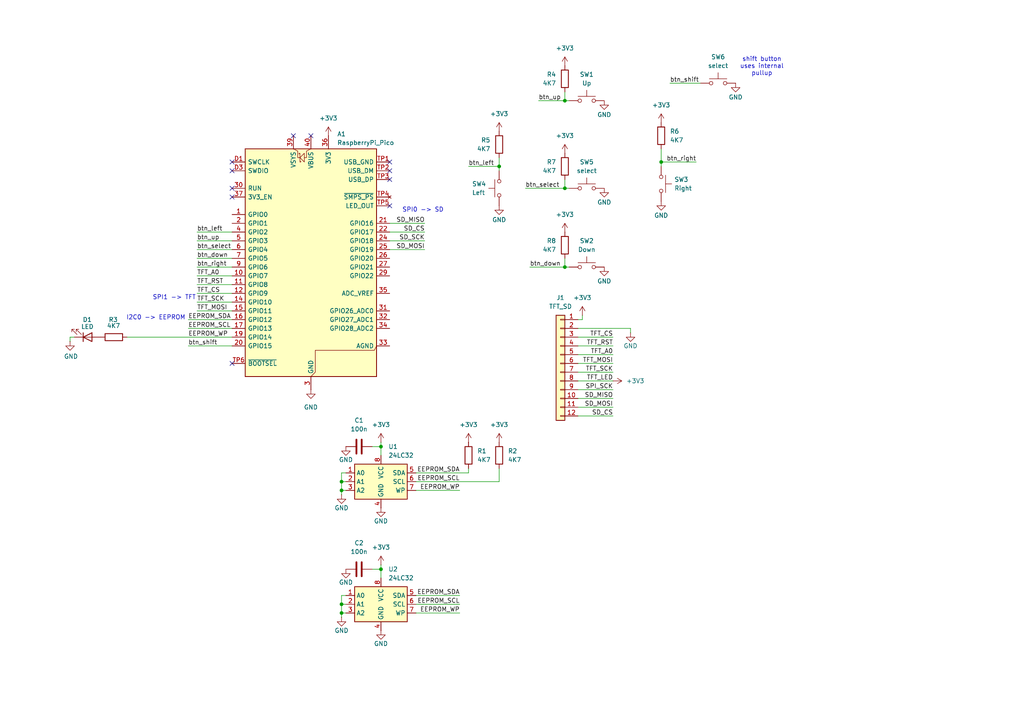
<source format=kicad_sch>
(kicad_sch (version 20250114) (generator "eeschema") (generator_version "9.0")
  (paper "A4")
  (lib_symbols
    (symbol "Connector_Generic:Conn_01x12" (pin_names (offset 1.016) (hide yes))
      (property "Reference" "J" (at 0 15.24 0))
      (property "Value" "Conn_01x12" (at 0 -17.78 0))
      (symbol "Conn_01x12_1_1"
        (rectangle (start -1.27 13.97) (end 1.27 -16.51) (stroke (width 0.254)) (fill (type background)))
        (rectangle (start -1.27 12.827) (end 0 12.573) (stroke (width 0.1524)))
        (rectangle (start -1.27 10.287) (end 0 10.033) (stroke (width 0.1524)))
        (rectangle (start -1.27 7.747) (end 0 7.493) (stroke (width 0.1524)))
        (rectangle (start -1.27 5.207) (end 0 4.953) (stroke (width 0.1524)))
        (rectangle (start -1.27 2.667) (end 0 2.413) (stroke (width 0.1524)))
        (rectangle (start -1.27 0.127) (end 0 -0.127) (stroke (width 0.1524)))
        (rectangle (start -1.27 -2.413) (end 0 -2.667) (stroke (width 0.1524)))
        (rectangle (start -1.27 -4.953) (end 0 -5.207) (stroke (width 0.1524)))
        (rectangle (start -1.27 -7.493) (end 0 -7.747) (stroke (width 0.1524)))
        (rectangle (start -1.27 -10.033) (end 0 -10.287) (stroke (width 0.1524)))
        (rectangle (start -1.27 -12.573) (end 0 -12.827) (stroke (width 0.1524)))
        (rectangle (start -1.27 -15.113) (end 0 -15.367) (stroke (width 0.1524)))
        (pin passive line (at -5.08 12.7 0) (length 3.81) (name "Pin_1") (number "1"))
        (pin passive line (at -5.08 10.16 0) (length 3.81) (name "Pin_2") (number "2"))
        (pin passive line (at -5.08 7.62 0) (length 3.81) (name "Pin_3") (number "3"))
        (pin passive line (at -5.08 5.08 0) (length 3.81) (name "Pin_4") (number "4"))
        (pin passive line (at -5.08 2.54 0) (length 3.81) (name "Pin_5") (number "5"))
        (pin passive line (at -5.08 0 0) (length 3.81) (name "Pin_6") (number "6"))
        (pin passive line (at -5.08 -2.54 0) (length 3.81) (name "Pin_7") (number "7"))
        (pin passive line (at -5.08 -5.08 0) (length 3.81) (name "Pin_8") (number "8"))
        (pin passive line (at -5.08 -7.62 0) (length 3.81) (name "Pin_9") (number "9"))
        (pin passive line (at -5.08 -10.16 0) (length 3.81) (name "Pin_10") (number "10"))
        (pin passive line (at -5.08 -12.7 0) (length 3.81) (name "Pin_11") (number "11"))
        (pin passive line (at -5.08 -15.24 0) (length 3.81) (name "Pin_12") (number "12"))
      )
    )
    (symbol "Device:C" (pin_numbers (hide yes)) (pin_names (offset 0.254))
      (property "Reference" "C" (at 0.635 2.54 0))
      (property "Value" "C" (at 0.635 -2.54 0))
      (symbol "C_0_1"
        (polyline (pts (xy -2.032 0.762) (xy 2.032 0.762)) (stroke (width 0.508)))
        (polyline (pts (xy -2.032 -0.762) (xy 2.032 -0.762)) (stroke (width 0.508)))
      )
      (symbol "C_1_1"
        (pin passive line (at 0 3.81 270) (length 2.794) (name "~") (number "1"))
        (pin passive line (at 0 -3.81 90) (length 2.794) (name "~") (number "2"))
      )
    )
    (symbol "Device:LED" (pin_numbers (hide yes)) (pin_names (offset 1.016) (hide yes))
      (property "Reference" "D" (at 0 2.54 0))
      (property "Value" "LED" (at 0 -2.54 0))
      (symbol "LED_0_1"
        (polyline (pts (xy -3.048 -0.762) (xy -4.572 -2.286) (xy -3.81 -2.286) (xy -4.572 -2.286) (xy -4.572 -1.524)))
        (polyline (pts (xy -1.778 -0.762) (xy -3.302 -2.286) (xy -2.54 -2.286) (xy -3.302 -2.286) (xy -3.302 -1.524)))
        (polyline (pts (xy -1.27 0) (xy 1.27 0)))
        (polyline (pts (xy -1.27 -1.27) (xy -1.27 1.27)) (stroke (width 0.254)))
        (polyline (pts (xy 1.27 -1.27) (xy 1.27 1.27) (xy -1.27 0) (xy 1.27 -1.27)) (stroke (width 0.254)))
      )
      (symbol "LED_1_1"
        (pin passive line (at -3.81 0 0) (length 2.54) (name "K") (number "1"))
        (pin passive line (at 3.81 0 180) (length 2.54) (name "A") (number "2"))
      )
    )
    (symbol "Device:R" (pin_numbers (hide yes)) (pin_names (offset 0))
      (property "Reference" "R" (at 2.032 0 90))
      (property "Value" "R" (at 0 0 90))
      (symbol "R_0_1"
        (rectangle (start -1.016 -2.54) (end 1.016 2.54) (stroke (width 0.254)))
      )
      (symbol "R_1_1"
        (pin passive line (at 0 3.81 270) (length 1.27) (name "~") (number "1"))
        (pin passive line (at 0 -3.81 90) (length 1.27) (name "~") (number "2"))
      )
    )
    (symbol "MCU_Module:RaspberryPi_Pico_Extensive" (pin_names (offset 0.762))
      (property "Reference" "A" (at -19.05 35.56 0))
      (property "Value" "RaspberryPi_Pico" (at 7.62 35.56 0))
      (symbol "RaspberryPi_Pico_Extensive_0_1"
        (rectangle (start -19.05 34.29) (end 19.05 -31.75) (stroke (width 0.254)) (fill (type background)))
        (polyline (pts (xy -5.08 34.29) (xy -3.81 33.655) (xy -3.81 31.75) (xy -3.175 31.75)))
        (polyline (pts (xy -3.429 32.766) (xy -3.429 33.02) (xy -3.175 33.02) (xy -3.175 30.48) (xy -2.921 30.48) (xy -2.921 30.734)))
        (polyline (pts (xy -3.175 31.75) (xy -1.905 33.02) (xy -1.905 30.48) (xy -3.175 31.75)))
        (polyline (pts (xy 0 34.29) (xy -1.27 33.655) (xy -1.27 31.75) (xy -1.905 31.75)))
        (polyline (pts (xy 0 -31.75) (xy 1.27 -30.48) (xy 1.27 -24.13) (xy 18.415 -24.13) (xy 19.05 -22.86)))
      )
      (symbol "RaspberryPi_Pico_Extensive_1_1"
        (pin input line (at -22.86 30.48 0) (length 3.81) (name "SWCLK") (number "D1"))
        (pin bidirectional line (at -22.86 27.94 0) (length 3.81) (name "SWDIO") (number "D3"))
        (pin passive line (at -22.86 22.86 0) (length 3.81) (name "RUN") (number "30"))
        (pin passive line (at -22.86 20.32 0) (length 3.81) (name "3V3_EN") (number "37"))
        (pin bidirectional line (at -22.86 15.24 0) (length 3.81) (name "GPIO0") (number "1"))
        (pin bidirectional line (at -22.86 12.7 0) (length 3.81) (name "GPIO1") (number "2"))
        (pin bidirectional line (at -22.86 10.16 0) (length 3.81) (name "GPIO2") (number "4"))
        (pin bidirectional line (at -22.86 7.62 0) (length 3.81) (name "GPIO3") (number "5"))
        (pin bidirectional line (at -22.86 5.08 0) (length 3.81) (name "GPIO4") (number "6"))
        (pin bidirectional line (at -22.86 2.54 0) (length 3.81) (name "GPIO5") (number "7"))
        (pin bidirectional line (at -22.86 0 0) (length 3.81) (name "GPIO6") (number "9"))
        (pin bidirectional line (at -22.86 -2.54 0) (length 3.81) (name "GPIO7") (number "10"))
        (pin bidirectional line (at -22.86 -5.08 0) (length 3.81) (name "GPIO8") (number "11"))
        (pin bidirectional line (at -22.86 -7.62 0) (length 3.81) (name "GPIO9") (number "12"))
        (pin bidirectional line (at -22.86 -10.16 0) (length 3.81) (name "GPIO10") (number "14"))
        (pin bidirectional line (at -22.86 -12.7 0) (length 3.81) (name "GPIO11") (number "15"))
        (pin bidirectional line (at -22.86 -15.24 0) (length 3.81) (name "GPIO12") (number "16"))
        (pin bidirectional line (at -22.86 -17.78 0) (length 3.81) (name "GPIO13") (number "17"))
        (pin bidirectional line (at -22.86 -20.32 0) (length 3.81) (name "GPIO14") (number "19"))
        (pin bidirectional line (at -22.86 -22.86 0) (length 3.81) (name "GPIO15") (number "20"))
        (pin input line (at -22.86 -27.94 0) (length 3.81) (name "~{BOOTSEL}") (number "TP6"))
        (pin power_in line (at -5.08 38.1 270) (length 3.81) (name "VSYS") (number "39"))
        (pin power_out line (at 0 38.1 270) (length 3.81) (name "VBUS") (number "40"))
        (pin passive line (at 0 -35.56 90) (length 3.81) (hide yes) (name "GND") (number "13"))
        (pin passive line (at 0 -35.56 90) (length 3.81) (hide yes) (name "GND") (number "18"))
        (pin passive line (at 0 -35.56 90) (length 3.81) (hide yes) (name "GND") (number "23"))
        (pin passive line (at 0 -35.56 90) (length 3.81) (hide yes) (name "GND") (number "28"))
        (pin power_out line (at 0 -35.56 90) (length 3.81) (name "GND") (number "3"))
        (pin passive line (at 0 -35.56 90) (length 3.81) (hide yes) (name "GND") (number "38"))
        (pin passive line (at 0 -35.56 90) (length 3.81) (hide yes) (name "GND") (number "8"))
        (pin passive line (at 0 -35.56 90) (length 3.81) (hide yes) (name "GND") (number "D2"))
        (pin power_out line (at 5.08 38.1 270) (length 3.81) (name "3V3") (number "36"))
        (pin power_out line (at 22.86 30.48 180) (length 3.81) (name "USB_GND") (number "TP1"))
        (pin bidirectional line (at 22.86 27.94 180) (length 3.81) (name "USB_DM") (number "TP2"))
        (pin bidirectional line (at 22.86 25.4 180) (length 3.81) (name "USB_DP") (number "TP3"))
        (pin no_connect line (at 22.86 20.32 180) (length 3.81) (name "~{SMPS_PS}") (number "TP4"))
        (pin output line (at 22.86 17.78 180) (length 3.81) (name "LED_OUT") (number "TP5"))
        (pin bidirectional line (at 22.86 12.7 180) (length 3.81) (name "GPIO16") (number "21"))
        (pin bidirectional line (at 22.86 10.16 180) (length 3.81) (name "GPIO17") (number "22"))
        (pin bidirectional line (at 22.86 7.62 180) (length 3.81) (name "GPIO18") (number "24"))
        (pin bidirectional line (at 22.86 5.08 180) (length 3.81) (name "GPIO19") (number "25"))
        (pin bidirectional line (at 22.86 2.54 180) (length 3.81) (name "GPIO20") (number "26"))
        (pin bidirectional line (at 22.86 0 180) (length 3.81) (name "GPIO21") (number "27"))
        (pin bidirectional line (at 22.86 -2.54 180) (length 3.81) (name "GPIO22") (number "29"))
        (pin power_in line (at 22.86 -7.62 180) (length 3.81) (name "ADC_VREF") (number "35"))
        (pin bidirectional line (at 22.86 -12.7 180) (length 3.81) (name "GPIO26_ADC0") (number "31"))
        (pin bidirectional line (at 22.86 -15.24 180) (length 3.81) (name "GPIO27_ADC1") (number "32"))
        (pin bidirectional line (at 22.86 -17.78 180) (length 3.81) (name "GPIO28_ADC2") (number "34"))
        (pin power_out line (at 22.86 -22.86 180) (length 3.81) (name "AGND") (number "33"))
      )
    )
    (symbol "Memory_EEPROM:24LC32"
      (property "Reference" "U" (at -6.35 6.35 0))
      (property "Value" "24LC32" (at 1.27 6.35 0))
      (symbol "24LC32_1_1"
        (rectangle (start -7.62 5.08) (end 7.62 -5.08) (stroke (width 0.254)) (fill (type background)))
        (pin input line (at -10.16 2.54 0) (length 2.54) (name "A0") (number "1"))
        (pin input line (at -10.16 0 0) (length 2.54) (name "A1") (number "2"))
        (pin input line (at -10.16 -2.54 0) (length 2.54) (name "A2") (number "3"))
        (pin power_in line (at 0 7.62 270) (length 2.54) (name "VCC") (number "8"))
        (pin power_in line (at 0 -7.62 90) (length 2.54) (name "GND") (number "4"))
        (pin bidirectional line (at 10.16 2.54 180) (length 2.54) (name "SDA") (number "5"))
        (pin input line (at 10.16 0 180) (length 2.54) (name "SCL") (number "6"))
        (pin input line (at 10.16 -2.54 180) (length 2.54) (name "WP") (number "7"))
      )
    )
    (symbol "Switch:SW_Push" (pin_numbers (hide yes)) (pin_names (offset 1.016) (hide yes))
      (property "Reference" "SW" (at 1.27 2.54 0))
      (property "Value" "SW_Push" (at 0 -1.524 0))
      (symbol "SW_Push_0_1"
        (circle (center -2.032 0) (radius 0.508))
        (polyline (pts (xy 0 1.27) (xy 0 3.048)))
        (circle (center 2.032 0) (radius 0.508))
        (polyline (pts (xy 2.54 1.27) (xy -2.54 1.27)))
        (pin passive line (at -5.08 0 0) (length 2.54) (name "1") (number "1"))
        (pin passive line (at 5.08 0 180) (length 2.54) (name "2") (number "2"))
      )
    )
    (symbol "power:+3V3" (power) (pin_numbers (hide yes)) (pin_names (offset 0) (hide yes))
      (property "Value" "+3V3" (at 0 3.556 0))
      (symbol "+3V3_0_1"
        (polyline (pts (xy -0.762 1.27) (xy 0 2.54)))
        (polyline (pts (xy 0 2.54) (xy 0.762 1.27)))
        (polyline (pts (xy 0 0) (xy 0 2.54)))
      )
      (symbol "+3V3_1_1"
        (pin power_in line (at 0 0 90) (length 0) (name "~") (number "1"))
      )
    )
    (symbol "power:GND" (power) (pin_numbers (hide yes)) (pin_names (offset 0) (hide yes))
      (property "Value" "GND" (at 0 -3.81 0))
      (symbol "GND_0_1"
        (polyline (pts (xy 0 0) (xy 0 -1.27) (xy 1.27 -1.27) (xy 0 -2.54) (xy -1.27 -1.27) (xy 0 -1.27)))
      )
      (symbol "GND_1_1"
        (pin power_in line (at 0 0 270) (length 0) (name "~") (number "1"))
      )
    )
  )
  (text "I2C0 -> EEPROM" (at 45.212 92.202 0) (effects (font (size 1.27 1.27))))
  (text "SPI1 -> TFT" (at 50.546 86.36 0) (effects (font (size 1.27 1.27))))
  (text "SPI0 -> SD" (at 122.682 60.96 0) (effects (font (size 1.27 1.27))))
  (text "shift button\nuses internal\npullup" (at 220.98 19.304 0) (effects (font (size 1.27 1.27))))
  (junction (at 163.83 77.47))
  (junction (at 99.06 177.8))
  (junction (at 110.49 165.1))
  (junction (at 163.83 54.61))
  (junction (at 99.06 139.7))
  (junction (at 144.78 48.26))
  (junction (at 110.49 129.54))
  (junction (at 99.06 175.26))
  (junction (at 99.06 142.24))
  (junction (at 163.83 29.21))
  (junction (at 191.77 46.99))
  (no_connect (at 67.31 54.61))
  (no_connect (at 67.31 46.99))
  (no_connect (at 113.03 49.53))
  (no_connect (at 113.03 46.99))
  (no_connect (at 90.17 39.37))
  (no_connect (at 67.31 49.53))
  (no_connect (at 85.09 39.37))
  (no_connect (at 67.31 57.15))
  (no_connect (at 113.03 59.69))
  (no_connect (at 67.31 105.41))
  (no_connect (at 113.03 52.07))
  (wire (pts (xy 67.31 85.09) (xy 57.15 85.09)))
  (wire (pts (xy 163.83 52.07) (xy 163.83 54.61)))
  (wire (pts (xy 67.31 82.55) (xy 57.15 82.55)))
  (wire (pts (xy 67.31 92.71) (xy 54.61 92.71)))
  (wire (pts (xy 144.78 45.72) (xy 144.78 48.26)))
  (wire (pts (xy 135.89 137.16) (xy 135.89 135.89)))
  (wire (pts (xy 191.77 43.18) (xy 191.77 46.99)))
  (wire (pts (xy 167.64 113.03) (xy 177.8 113.03)))
  (wire (pts (xy 99.06 139.7) (xy 100.33 139.7)))
  (wire (pts (xy 110.49 165.1) (xy 110.49 167.64)))
  (wire (pts (xy 110.49 163.83) (xy 110.49 165.1)))
  (wire (pts (xy 99.06 172.72) (xy 99.06 175.26)))
  (wire (pts (xy 57.15 67.31) (xy 67.31 67.31)))
  (wire (pts (xy 54.61 100.33) (xy 67.31 100.33)))
  (wire (pts (xy 167.64 118.11) (xy 177.8 118.11)))
  (wire (pts (xy 167.64 97.79) (xy 177.8 97.79)))
  (wire (pts (xy 120.65 172.72) (xy 133.35 172.72)))
  (wire (pts (xy 99.06 177.8) (xy 99.06 179.07)))
  (wire (pts (xy 120.65 177.8) (xy 133.35 177.8)))
  (wire (pts (xy 99.06 177.8) (xy 100.33 177.8)))
  (wire (pts (xy 120.65 142.24) (xy 133.35 142.24)))
  (wire (pts (xy 163.83 74.93) (xy 163.83 77.47)))
  (wire (pts (xy 167.64 95.25) (xy 182.88 95.25)))
  (wire (pts (xy 99.06 142.24) (xy 99.06 143.51)))
  (wire (pts (xy 57.15 72.39) (xy 67.31 72.39)))
  (wire (pts (xy 110.49 128.27) (xy 110.49 129.54)))
  (wire (pts (xy 99.06 175.26) (xy 100.33 175.26)))
  (wire (pts (xy 113.03 67.31) (xy 123.19 67.31)))
  (wire (pts (xy 107.95 165.1) (xy 110.49 165.1)))
  (wire (pts (xy 167.64 110.49) (xy 177.8 110.49)))
  (wire (pts (xy 113.03 72.39) (xy 123.19 72.39)))
  (wire (pts (xy 99.06 139.7) (xy 99.06 142.24)))
  (wire (pts (xy 20.32 99.06) (xy 20.32 97.79)))
  (wire (pts (xy 100.33 172.72) (xy 99.06 172.72)))
  (wire (pts (xy 100.33 137.16) (xy 99.06 137.16)))
  (wire (pts (xy 99.06 142.24) (xy 100.33 142.24)))
  (wire (pts (xy 152.4 54.61) (xy 163.83 54.61)))
  (wire (pts (xy 67.31 80.01) (xy 57.15 80.01)))
  (wire (pts (xy 163.83 77.47) (xy 165.1 77.47)))
  (wire (pts (xy 120.65 175.26) (xy 133.35 175.26)))
  (wire (pts (xy 156.21 29.21) (xy 163.83 29.21)))
  (wire (pts (xy 168.91 91.44) (xy 168.91 92.71)))
  (wire (pts (xy 167.64 105.41) (xy 177.8 105.41)))
  (wire (pts (xy 167.64 115.57) (xy 177.8 115.57)))
  (wire (pts (xy 67.31 87.63) (xy 57.15 87.63)))
  (wire (pts (xy 57.15 77.47) (xy 67.31 77.47)))
  (wire (pts (xy 144.78 139.7) (xy 144.78 135.89)))
  (wire (pts (xy 36.83 97.79) (xy 67.31 97.79)))
  (wire (pts (xy 167.64 102.87) (xy 177.8 102.87)))
  (wire (pts (xy 67.31 95.25) (xy 54.61 95.25)))
  (wire (pts (xy 99.06 175.26) (xy 99.06 177.8)))
  (wire (pts (xy 194.31 24.13) (xy 203.2 24.13)))
  (wire (pts (xy 182.88 95.25) (xy 182.88 96.52)))
  (wire (pts (xy 110.49 129.54) (xy 110.49 132.08)))
  (wire (pts (xy 113.03 64.77) (xy 123.19 64.77)))
  (wire (pts (xy 167.64 100.33) (xy 177.8 100.33)))
  (wire (pts (xy 191.77 46.99) (xy 191.77 48.26)))
  (wire (pts (xy 167.64 107.95) (xy 177.8 107.95)))
  (wire (pts (xy 168.91 92.71) (xy 167.64 92.71)))
  (wire (pts (xy 120.65 139.7) (xy 144.78 139.7)))
  (wire (pts (xy 99.06 137.16) (xy 99.06 139.7)))
  (wire (pts (xy 201.93 46.99) (xy 191.77 46.99)))
  (wire (pts (xy 153.67 77.47) (xy 163.83 77.47)))
  (wire (pts (xy 67.31 90.17) (xy 57.15 90.17)))
  (wire (pts (xy 163.83 26.67) (xy 163.83 29.21)))
  (wire (pts (xy 20.32 97.79) (xy 21.59 97.79)))
  (wire (pts (xy 163.83 29.21) (xy 165.1 29.21)))
  (wire (pts (xy 167.64 120.65) (xy 177.8 120.65)))
  (wire (pts (xy 144.78 48.26) (xy 144.78 49.53)))
  (wire (pts (xy 107.95 129.54) (xy 110.49 129.54)))
  (wire (pts (xy 163.83 54.61) (xy 165.1 54.61)))
  (wire (pts (xy 113.03 69.85) (xy 123.19 69.85)))
  (wire (pts (xy 135.89 48.26) (xy 144.78 48.26)))
  (wire (pts (xy 57.15 74.93) (xy 67.31 74.93)))
  (wire (pts (xy 67.31 69.85) (xy 57.15 69.85)))
  (wire (pts (xy 120.65 137.16) (xy 135.89 137.16)))
  (label "TFT_A0" (at 57.15 80.01 0))
  (label "btn_select" (at 152.4 54.61 0))
  (label "btn_down" (at 57.15 74.93 0))
  (label "EEPROM_SCL" (at 54.61 95.25 0))
  (label "btn_select" (at 57.15 72.39 0))
  (label "EEPROM_SDA" (at 133.35 172.72 180))
  (label "TFT_A0" (at 177.8 102.87 180))
  (label "SD_MOSI" (at 123.19 72.39 180))
  (label "TFT_CS" (at 57.15 85.09 0))
  (label "EEPROM_SDA" (at 133.35 137.16 180))
  (label "EEPROM_SDA" (at 54.61 92.71 0))
  (label "EEPROM_WP" (at 133.35 177.8 180))
  (label "SD_MISO" (at 177.8 115.57 180))
  (label "SD_SCK" (at 123.19 69.85 180))
  (label "SD_MOSI" (at 177.8 118.11 180))
  (label "TFT_MOSI" (at 177.8 105.41 180))
  (label "btn_left" (at 135.89 48.26 0))
  (label "btn_up" (at 57.15 69.85 0))
  (label "TFT_MOSI" (at 57.15 90.17 0))
  (label "TFT_CS" (at 177.8 97.79 180))
  (label "EEPROM_WP" (at 133.35 142.24 180))
  (label "TFT_LED" (at 177.8 110.49 180))
  (label "btn_shift" (at 194.31 24.13 0))
  (label "TFT_SCK" (at 177.8 107.95 180))
  (label "btn_down" (at 153.67 77.47 0))
  (label "TFT_SCK" (at 57.15 87.63 0))
  (label "TFT_RST" (at 57.15 82.55 0))
  (label "SPI_SCK" (at 177.8 113.03 180))
  (label "EEPROM_SCL" (at 133.35 175.26 180))
  (label "SD_CS" (at 123.19 67.31 180))
  (label "btn_right" (at 57.15 77.47 0))
  (label "btn_shift" (at 54.61 100.33 0))
  (label "SD_MISO" (at 123.19 64.77 180))
  (label "TFT_RST" (at 177.8 100.33 180))
  (label "btn_right" (at 201.93 46.99 180))
  (label "EEPROM_SCL" (at 133.35 139.7 180))
  (label "SD_CS" (at 177.8 120.65 180))
  (label "EEPROM_WP" (at 54.61 97.79 0))
  (label "btn_left" (at 57.15 67.31 0))
  (label "btn_up" (at 156.21 29.21 0))
  (symbol (lib_id "power:GND") (at 144.78 59.69 0) (unit 1)
    (property "Reference" "#PWR05" (effects (hide yes)))
    (property "Value" "GND" (at 144.78 63.754 0))
    (property "Description" "Power symbol creates a global label with name \"GND\" , ground" (effects (hide yes)))
  )
  (symbol (lib_id "power:GND") (at 20.32 99.06 0) (unit 1)
    (property "Reference" "#PWR017" (effects (hide yes)))
    (property "Value" "GND" (at 18.542 103.378 0) (effects (justify left)))
    (property "Description" "Power symbol creates a global label with name \"GND\" , ground" (effects (hide yes)))
  )
  (symbol (lib_id "power:+3V3") (at 163.83 44.45 0) (mirror y) (unit 1)
    (property "Reference" "#PWR025" (effects (hide yes)))
    (property "Value" "+3V3" (at 163.83 39.37 0))
    (property "Description" "Power symbol creates a global label with name \"+3V3\"" (effects (hide yes)))
  )
  (symbol (lib_id "power:GND") (at 110.49 147.32 0) (unit 1)
    (property "Reference" "#PWR011" (effects (hide yes)))
    (property "Value" "GND" (at 110.49 151.13 0))
    (property "Description" "Power symbol creates a global label with name \"GND\" , ground" (effects (hide yes)))
  )
  (symbol (lib_id "Device:C") (at 104.14 129.54 90) (unit 1)
    (property "Reference" "C1" (at 104.14 121.92 90))
    (property "Value" "100n" (at 104.14 124.46 90))
    (property "Footprint" "Allgemein:C_0805" (effects (hide yes)))
    (property "Description" "Unpolarized capacitor" (effects (hide yes)))
  )
  (symbol (lib_id "Device:LED") (at 25.4 97.79 0) (mirror x) (unit 1)
    (property "Reference" "D1" (at 26.67 92.71 0) (effects (justify right)))
    (property "Value" "LED" (at 27.178 94.742 0) (effects (justify right)))
    (property "Footprint" "LED_SMD:LED_0805_2012Metric_Pad1.15x1.40mm_HandSolder" (effects (hide yes)))
    (property "Description" "Light emitting diode" (effects (hide yes)))
    (property "Sim.Pins" "1=K 2=A" (effects (hide yes)))
  )
  (symbol (lib_id "power:+3V3") (at 110.49 163.83 0) (unit 1)
    (property "Reference" "#PWR020" (effects (hide yes)))
    (property "Value" "+3V3" (at 110.49 158.75 0))
    (property "Description" "Power symbol creates a global label with name \"+3V3\"" (effects (hide yes)))
  )
  (symbol (lib_id "Device:C") (at 104.14 165.1 90) (unit 1)
    (property "Reference" "C2" (at 104.14 157.48 90))
    (property "Value" "100n" (at 104.14 160.02 90))
    (property "Footprint" "Allgemein:C_0805" (effects (hide yes)))
    (property "Description" "Unpolarized capacitor" (effects (hide yes)))
  )
  (symbol (lib_id "power:GND") (at 191.77 58.42 0) (unit 1)
    (property "Reference" "#PWR04" (effects (hide yes)))
    (property "Value" "GND" (at 191.77 62.484 0))
    (property "Description" "Power symbol creates a global label with name \"GND\" , ground" (effects (hide yes)))
  )
  (symbol (lib_id "power:GND") (at 213.36 24.13 0) (unit 1)
    (property "Reference" "#PWR027" (effects (hide yes)))
    (property "Value" "GND" (at 213.36 28.194 0))
    (property "Description" "Power symbol creates a global label with name \"GND\" , ground" (effects (hide yes)))
  )
  (symbol (lib_id "power:+3V3") (at 135.89 128.27 0) (unit 1)
    (property "Reference" "#PWR015" (effects (hide yes)))
    (property "Value" "+3V3" (at 135.89 123.19 0))
    (property "Description" "Power symbol creates a global label with name \"+3V3\"" (effects (hide yes)))
  )
  (symbol (lib_id "power:+3V3") (at 177.8 110.49 270) (unit 1)
    (property "Reference" "#PWR014" (effects (hide yes)))
    (property "Value" "+3V3" (at 181.61 110.4899 90) (effects (justify left)))
    (property "Description" "Power symbol creates a global label with name \"+3V3\"" (effects (hide yes)))
  )
  (symbol (lib_id "power:+3V3") (at 168.91 91.44 0) (unit 1)
    (property "Reference" "#PWR08" (effects (hide yes)))
    (property "Value" "+3V3" (at 168.91 86.36 0))
    (property "Description" "Power symbol creates a global label with name \"+3V3\"" (effects (hide yes)))
  )
  (symbol (lib_id "Connector_Generic:Conn_01x12") (at 162.56 105.41 0) (mirror y) (unit 1)
    (property "Reference" "J1" (at 162.56 86.36 0))
    (property "Value" "TFT_SD" (at 162.56 88.9 0))
    (property "Footprint" "project_lib:TFT_with_SD" (effects (hide yes)))
    (property "Description" "Generic connector, single row, 01x12, script generated (kicad-library-utils/schlib/autogen/connector/)" (effects (hide yes)))
  )
  (symbol (lib_id "power:+3V3") (at 144.78 38.1 0) (mirror y) (unit 1)
    (property "Reference" "#PWR023" (effects (hide yes)))
    (property "Value" "+3V3" (at 144.78 33.02 0))
    (property "Description" "Power symbol creates a global label with name \"+3V3\"" (effects (hide yes)))
  )
  (symbol (lib_id "Switch:SW_Push") (at 191.77 53.34 270) (unit 1)
    (property "Reference" "SW3" (at 195.58 52.0699 90) (effects (justify left)))
    (property "Value" "Right" (at 195.58 54.6099 90) (effects (justify left)))
    (property "Footprint" "Button_Switch_THT:SW_PUSH_6mm_H5mm" (effects (hide yes)))
    (property "Description" "Push button switch, generic, two pins" (effects (hide yes)))
  )
  (symbol (lib_id "power:+3V3") (at 191.77 35.56 0) (unit 1)
    (property "Reference" "#PWR024" (effects (hide yes)))
    (property "Value" "+3V3" (at 191.77 30.48 0))
    (property "Description" "Power symbol creates a global label with name \"+3V3\"" (effects (hide yes)))
  )
  (symbol (lib_id "Memory_EEPROM:24LC32") (at 110.49 139.7 0) (unit 1)
    (property "Reference" "U1" (at 112.6333 129.54 0) (effects (justify left)))
    (property "Value" "24LC32" (at 112.6333 132.08 0) (effects (justify left)))
    (property "Footprint" "Package_DIP:DIP-8_W7.62mm_Socket_LongPads" (effects (hide yes)))
    (property "Datasheet" "http://ww1.microchip.com/downloads/en/DeviceDoc/21072G.pdf" (effects (hide yes)))
    (property "Description" "I2C Serial EEPROM, 32Kb, DIP-8/SOIC-8/TSSOP-8/DFN-8" (effects (hide yes)))
  )
  (symbol (lib_id "Device:R") (at 163.83 71.12 0) (mirror y) (unit 1)
    (property "Reference" "R8" (at 161.29 69.8499 0) (effects (justify left)))
    (property "Value" "4K7" (at 161.29 72.3899 0) (effects (justify left)))
    (property "Footprint" "Resistor_SMD:R_0805_2012Metric_Pad1.20x1.40mm_HandSolder" (effects (hide yes)))
    (property "Description" "Resistor" (effects (hide yes)))
  )
  (symbol (lib_id "Device:R") (at 163.83 22.86 0) (mirror y) (unit 1)
    (property "Reference" "R4" (at 161.29 21.5899 0) (effects (justify left)))
    (property "Value" "4K7" (at 161.29 24.1299 0) (effects (justify left)))
    (property "Footprint" "Resistor_SMD:R_0805_2012Metric_Pad1.20x1.40mm_HandSolder" (effects (hide yes)))
    (property "Description" "Resistor" (effects (hide yes)))
  )
  (symbol (lib_id "power:+3V3") (at 95.25 39.37 0) (unit 1)
    (property "Reference" "#PWR02" (effects (hide yes)))
    (property "Value" "+3V3" (at 95.25 34.29 0))
    (property "Description" "Power symbol creates a global label with name \"+3V3\"" (effects (hide yes)))
  )
  (symbol (lib_id "power:GND") (at 175.26 54.61 0) (unit 1)
    (property "Reference" "#PWR06" (effects (hide yes)))
    (property "Value" "GND" (at 175.26 58.674 0))
    (property "Description" "Power symbol creates a global label with name \"GND\" , ground" (effects (hide yes)))
  )
  (symbol (lib_id "Device:R") (at 144.78 132.08 0) (unit 1)
    (property "Reference" "R2" (at 147.32 130.8099 0) (effects (justify left)))
    (property "Value" "4K7" (at 147.32 133.3499 0) (effects (justify left)))
    (property "Footprint" "Resistor_SMD:R_0805_2012Metric_Pad1.20x1.40mm_HandSolder" (effects (hide yes)))
    (property "Description" "Resistor" (effects (hide yes)))
  )
  (symbol (lib_id "power:+3V3") (at 163.83 19.05 0) (mirror y) (unit 1)
    (property "Reference" "#PWR022" (effects (hide yes)))
    (property "Value" "+3V3" (at 163.83 13.97 0))
    (property "Description" "Power symbol creates a global label with name \"+3V3\"" (effects (hide yes)))
  )
  (symbol (lib_id "power:GND") (at 100.33 129.54 0) (unit 1)
    (property "Reference" "#PWR012" (effects (hide yes)))
    (property "Value" "GND" (at 100.33 133.35 0))
    (property "Description" "Power symbol creates a global label with name \"GND\" , ground" (effects (hide yes)))
  )
  (symbol (lib_id "power:+3V3") (at 110.49 128.27 0) (unit 1)
    (property "Reference" "#PWR010" (effects (hide yes)))
    (property "Value" "+3V3" (at 110.49 123.19 0))
    (property "Description" "Power symbol creates a global label with name \"+3V3\"" (effects (hide yes)))
  )
  (symbol (lib_id "Device:R") (at 135.89 132.08 0) (unit 1)
    (property "Reference" "R1" (at 138.43 130.8099 0) (effects (justify left)))
    (property "Value" "4K7" (at 138.43 133.3499 0) (effects (justify left)))
    (property "Footprint" "Resistor_SMD:R_0805_2012Metric_Pad1.20x1.40mm_HandSolder" (effects (hide yes)))
    (property "Description" "Resistor" (effects (hide yes)))
  )
  (symbol (lib_id "power:GND") (at 175.26 77.47 0) (unit 1)
    (property "Reference" "#PWR03" (effects (hide yes)))
    (property "Value" "GND" (at 175.26 81.534 0))
    (property "Description" "Power symbol creates a global label with name \"GND\" , ground" (effects (hide yes)))
  )
  (symbol (lib_id "power:GND") (at 90.17 113.03 0) (unit 1)
    (property "Reference" "#PWR01" (effects (hide yes)))
    (property "Value" "GND" (at 90.17 118.11 0))
    (property "Description" "Power symbol creates a global label with name \"GND\" , ground" (effects (hide yes)))
  )
  (symbol (lib_id "power:+3V3") (at 163.83 67.31 0) (mirror y) (unit 1)
    (property "Reference" "#PWR026" (effects (hide yes)))
    (property "Value" "+3V3" (at 163.83 62.23 0))
    (property "Description" "Power symbol creates a global label with name \"+3V3\"" (effects (hide yes)))
  )
  (symbol (lib_id "Device:R") (at 163.83 48.26 0) (mirror y) (unit 1)
    (property "Reference" "R7" (at 161.29 46.9899 0) (effects (justify left)))
    (property "Value" "4K7" (at 161.29 49.5299 0) (effects (justify left)))
    (property "Footprint" "Resistor_SMD:R_0805_2012Metric_Pad1.20x1.40mm_HandSolder" (effects (hide yes)))
    (property "Description" "Resistor" (effects (hide yes)))
  )
  (symbol (lib_id "Switch:SW_Push") (at 170.18 29.21 0) (unit 1)
    (property "Reference" "SW1" (at 170.18 21.59 0))
    (property "Value" "Up" (at 170.18 24.13 0))
    (property "Footprint" "Button_Switch_THT:SW_PUSH_6mm_H5mm" (effects (hide yes)))
    (property "Description" "Push button switch, generic, two pins" (effects (hide yes)))
  )
  (symbol (lib_id "Device:R") (at 33.02 97.79 270) (unit 1)
    (property "Reference" "R3" (at 31.496 92.71 90) (effects (justify left)))
    (property "Value" "4K7" (at 30.988 94.488 90) (effects (justify left)))
    (property "Footprint" "Resistor_SMD:R_0805_2012Metric_Pad1.20x1.40mm_HandSolder" (effects (hide yes)))
    (property "Description" "Resistor" (effects (hide yes)))
  )
  (symbol (lib_id "Device:R") (at 191.77 39.37 0) (unit 1)
    (property "Reference" "R6" (at 194.31 38.0999 0) (effects (justify left)))
    (property "Value" "4K7" (at 194.31 40.6399 0) (effects (justify left)))
    (property "Footprint" "Resistor_SMD:R_0805_2012Metric_Pad1.20x1.40mm_HandSolder" (effects (hide yes)))
    (property "Description" "Resistor" (effects (hide yes)))
  )
  (symbol (lib_id "Switch:SW_Push") (at 208.28 24.13 0) (unit 1)
    (property "Reference" "SW6" (at 208.28 16.51 0))
    (property "Value" "select" (at 208.28 19.05 0))
    (property "Footprint" "Button_Switch_THT:SW_PUSH_6mm_H5mm" (effects (hide yes)))
    (property "Description" "Push button switch, generic, two pins" (effects (hide yes)))
  )
  (symbol (lib_id "Device:R") (at 144.78 41.91 0) (mirror y) (unit 1)
    (property "Reference" "R5" (at 142.24 40.6399 0) (effects (justify left)))
    (property "Value" "4K7" (at 142.24 43.1799 0) (effects (justify left)))
    (property "Footprint" "Resistor_SMD:R_0805_2012Metric_Pad1.20x1.40mm_HandSolder" (effects (hide yes)))
    (property "Description" "Resistor" (effects (hide yes)))
  )
  (symbol (lib_id "Switch:SW_Push") (at 170.18 77.47 0) (unit 1)
    (property "Reference" "SW2" (at 170.18 69.85 0))
    (property "Value" "Down" (at 170.18 72.39 0))
    (property "Footprint" "Button_Switch_THT:SW_PUSH_6mm_H5mm" (effects (hide yes)))
    (property "Description" "Push button switch, generic, two pins" (effects (hide yes)))
  )
  (symbol (lib_id "Memory_EEPROM:24LC32") (at 110.49 175.26 0) (unit 1)
    (property "Reference" "U2" (at 112.6333 165.1 0) (effects (justify left)))
    (property "Value" "24LC32" (at 112.6333 167.64 0) (effects (justify left)))
    (property "Footprint" "Package_SO:SOIC-8_5.3x5.3mm_P1.27mm" (effects (hide yes)))
    (property "Datasheet" "http://ww1.microchip.com/downloads/en/DeviceDoc/21072G.pdf" (effects (hide yes)))
    (property "Description" "I2C Serial EEPROM, 32Kb, DIP-8/SOIC-8/TSSOP-8/DFN-8" (effects (hide yes)))
  )
  (symbol (lib_id "power:GND") (at 99.06 143.51 0) (unit 1)
    (property "Reference" "#PWR013" (effects (hide yes)))
    (property "Value" "GND" (at 99.06 147.32 0))
    (property "Description" "Power symbol creates a global label with name \"GND\" , ground" (effects (hide yes)))
  )
  (symbol (lib_id "power:GND") (at 182.88 96.52 0) (unit 1)
    (property "Reference" "#PWR09" (effects (hide yes)))
    (property "Value" "GND" (at 182.88 100.33 0))
    (property "Description" "Power symbol creates a global label with name \"GND\" , ground" (effects (hide yes)))
  )
  (symbol (lib_id "power:GND") (at 175.26 29.21 0) (unit 1)
    (property "Reference" "#PWR07" (effects (hide yes)))
    (property "Value" "GND" (at 175.26 33.274 0))
    (property "Description" "Power symbol creates a global label with name \"GND\" , ground" (effects (hide yes)))
  )
  (symbol (lib_id "power:GND") (at 110.49 182.88 0) (unit 1)
    (property "Reference" "#PWR018" (effects (hide yes)))
    (property "Value" "GND" (at 110.49 186.69 0))
    (property "Description" "Power symbol creates a global label with name \"GND\" , ground" (effects (hide yes)))
  )
  (symbol (lib_id "power:GND") (at 100.33 165.1 0) (unit 1)
    (property "Reference" "#PWR019" (effects (hide yes)))
    (property "Value" "GND" (at 100.33 168.91 0))
    (property "Description" "Power symbol creates a global label with name \"GND\" , ground" (effects (hide yes)))
  )
  (symbol (lib_id "Switch:SW_Push") (at 170.18 54.61 0) (unit 1)
    (property "Reference" "SW5" (at 170.18 46.99 0))
    (property "Value" "select" (at 170.18 49.53 0))
    (property "Footprint" "Button_Switch_THT:SW_PUSH_6mm_H5mm" (effects (hide yes)))
    (property "Description" "Push button switch, generic, two pins" (effects (hide yes)))
  )
  (symbol (lib_id "Switch:SW_Push") (at 144.78 54.61 90) (unit 1)
    (property "Reference" "SW4" (at 136.906 53.34 90) (effects (justify right)))
    (property "Value" "Left" (at 136.906 55.88 90) (effects (justify right)))
    (property "Footprint" "Button_Switch_THT:SW_PUSH_6mm_H5mm" (effects (hide yes)))
    (property "Description" "Push button switch, generic, two pins" (effects (hide yes)))
  )
  (symbol (lib_id "power:GND") (at 99.06 179.07 0) (unit 1)
    (property "Reference" "#PWR021" (effects (hide yes)))
    (property "Value" "GND" (at 99.06 182.88 0))
    (property "Description" "Power symbol creates a global label with name \"GND\" , ground" (effects (hide yes)))
  )
  (symbol (lib_id "power:+3V3") (at 144.78 128.27 0) (unit 1)
    (property "Reference" "#PWR016" (effects (hide yes)))
    (property "Value" "+3V3" (at 144.78 123.19 0))
    (property "Description" "Power symbol creates a global label with name \"+3V3\"" (effects (hide yes)))
  )
  (symbol (lib_id "MCU_Module:RaspberryPi_Pico_Extensive") (at 90.17 77.47 0) (unit 1)
    (property "Reference" "A1" (at 97.79 38.862 0) (effects (justify left)))
    (property "Value" "RaspberryPi_Pico" (at 97.79 41.402 0) (effects (justify left)))
    (property "Footprint" "Module:RaspberryPi_Pico_SMD" (effects (hide yes)))
    (property "Datasheet" "https://datasheets.raspberrypi.com/pico/pico-datasheet.pdf" (effects (hide yes)))
    (property "Description" "Versatile and inexpensive microcontroller module (with full pinout for test point and debug connections) powered by RP2040 dual-core Arm Cortex-M0+ processor up to 133 MHz, 264kB SRAM, 2MB QSPI flash; also supports Raspberry Pi Pico 2" (effects (hide yes)))
  )
)
</source>
